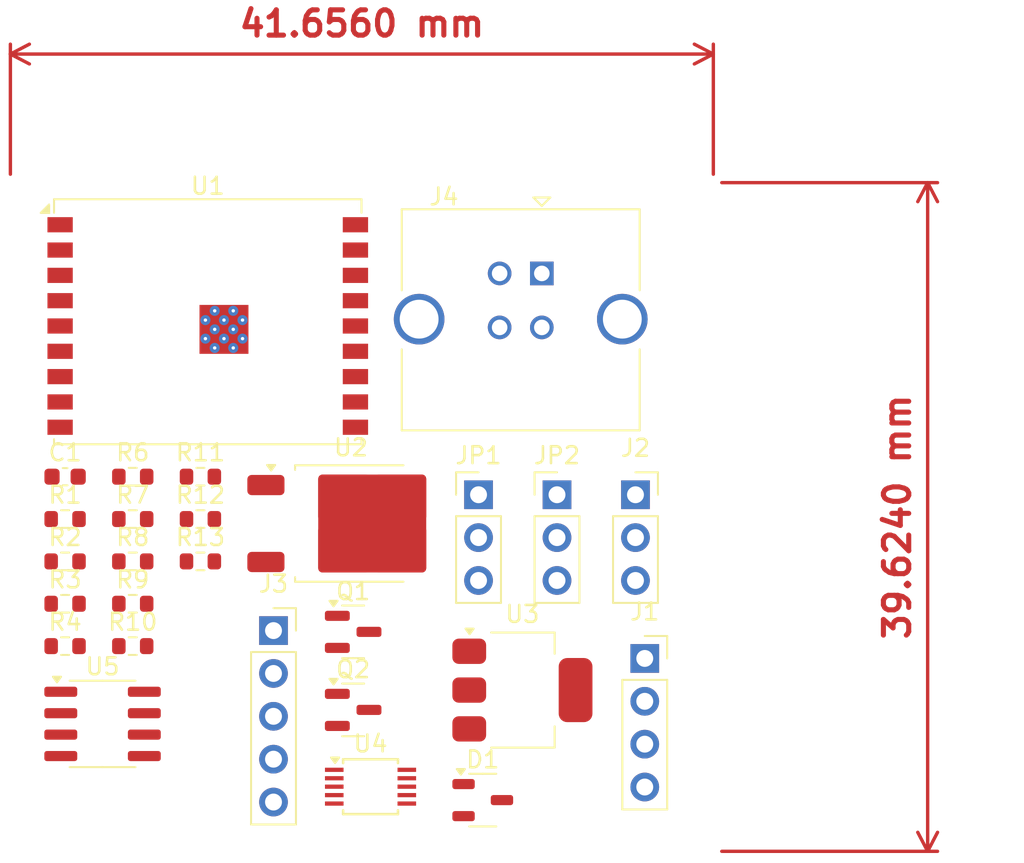
<source format=kicad_pcb>
(kicad_pcb (version 20240108) (generator "pcbnew") (generator_version "8.0")
  (layers (0 "F.Cu" signal) (31 "B.Cu" signal) (34 "B.Paste" user) (35 "F.Paste" user) (36 "B.SilkS" user "B.Silkscreen") (37 "F.SilkS" user "F.Silkscreen") (38 "B.Mask" user) (39 "F.Mask" user) (44 "Edge.Cuts" user))
  (net 0 "")
  (net 1 "Net-(U4-AIN0)")
  (net 2 "GNDA")
  (net 3 "/CANL")
  (net 4 "-BATT")
  (net 5 "/CANH")
  (net 6 "/DSV_GND")
  (net 7 "+GLV")
  (net 8 "/USV_GND")
  (net 9 "/CANS")
  (net 10 "/CS_SIG")
  (net 11 "/SAP_SIG")
  (net 12 "+5VA")
  (net 13 "/NS_GND")
  (net 14 "/D-")
  (net 15 "VBUS")
  (net 16 "/D+")
  (net 17 "+5V")
  (net 18 "Net-(JP1-A)")
  (net 20 "Net-(JP2-A)")
  (net 21 "Net-(Q1-G)")
  (net 22 "Net-(Q2-G)")
  (net 23 "+3.3V")
  (net 24 "Net-(U1-IO10)")
  (net 25 "/SCL")
  (net 26 "/SDA")
  (net 27 "Net-(U1-IO5)")
  (net 28 "/USV_SIG")
  (net 29 "/DSV_SIG")
  (net 34 "/CAN_TX")
  (net 37 "/CAN_RX")
  (net 41 "Net-(U5-Rs)")
  (footprint "RF_Module:ESP32-C3-WROOM-02U" (layer "F.Cu") (at 131.077 74.026)
    (property "Reference" "U1" (at 0 -8.3 180) (layer "F.SilkS"))
    (property "Value" "ESP32-C3-WROOM-02U")
    (fp_line (start -9.11 -7.51) (end -9.11 -6.71) (stroke (width 0.12)) (layer "F.SilkS"))
    (fp_line (start -9.11 -7.51) (end 9.11 -7.51) (stroke (width 0.12)) (layer "F.SilkS"))
    (fp_line (start -9.11 6.71) (end -9.11 7.01) (stroke (width 0.12)) (layer "F.SilkS"))
    (fp_line (start -9.11 7.01) (end 9.11 7.01) (stroke (width 0.12)) (layer "F.SilkS"))
    (fp_line (start 9.11 -7.51) (end 9.11 -6.71) (stroke (width 0.12)) (layer "F.SilkS"))
    (fp_line (start 9.11 6.71) (end 9.11 7.01) (stroke (width 0.12)) (layer "F.SilkS"))
    (fp_poly (pts (xy -9.4 -6.7) (xy -9.9 -6.7) (xy -9.4 -7.2) (xy -9.4 -6.7)) (stroke (width 0.12)) (fill solid) (layer "F.SilkS"))
    (pad "1" smd rect (at -8.75 -6) (size 1.5 0.9) (layers "F.Cu" "F.Paste" "F.Mask") (net 23 "+3.3V"))
    (pad "2" smd rect (at -8.75 -4.5) (size 1.5 0.9) (layers "F.Cu" "F.Paste" "F.Mask"))
    (pad "3" smd rect (at -8.75 -3) (size 1.5 0.9) (layers "F.Cu" "F.Paste" "F.Mask") (net 28 "/USV_SIG"))
    (pad "4" smd rect (at -8.75 -1.5) (size 1.5 0.9) (layers "F.Cu" "F.Paste" "F.Mask") (net 27 "Net-(U1-IO5)"))
    (pad "5" smd rect (at -8.75 0) (size 1.5 0.9) (layers "F.Cu" "F.Paste" "F.Mask") (net 25 "/SCL"))
    (pad "6" smd rect (at -8.75 1.5) (size 1.5 0.9) (layers "F.Cu" "F.Paste" "F.Mask") (net 26 "/SDA"))
    (pad "7" smd rect (at -8.75 3) (size 1.5 0.9) (layers "F.Cu" "F.Paste" "F.Mask") (net 34 "/CAN_TX"))
    (pad "8" smd rect (at -8.75 4.5) (size 1.5 0.9) (layers "F.Cu" "F.Paste" "F.Mask") (net 37 "/CAN_RX"))
    (pad "9" smd rect (at -8.75 6) (size 1.5 0.9) (layers "F.Cu" "F.Paste" "F.Mask") (net 4 "-BATT"))
    (pad "10" smd rect (at 8.75 6) (size 1.5 0.9) (layers "F.Cu" "F.Paste" "F.Mask") (net 24 "Net-(U1-IO10)"))
    (pad "11" smd rect (at 8.75 4.5) (size 1.5 0.9) (layers "F.Cu" "F.Paste" "F.Mask"))
    (pad "12" smd rect (at 8.75 3) (size 1.5 0.9) (layers "F.Cu" "F.Paste" "F.Mask"))
    (pad "13" smd rect (at 8.75 1.5) (size 1.5 0.9) (layers "F.Cu" "F.Paste" "F.Mask") (net 14 "/D-"))
    (pad "14" smd rect (at 8.75 0) (size 1.5 0.9) (layers "F.Cu" "F.Paste" "F.Mask") (net 16 "/D+"))
    (pad "15" smd rect (at 8.75 -1.5) (size 1.5 0.9) (layers "F.Cu" "F.Paste" "F.Mask") (net 29 "/DSV_SIG"))
    (pad "16" smd rect (at 8.75 -3) (size 1.5 0.9) (layers "F.Cu" "F.Paste" "F.Mask"))
    (pad "17" smd rect (at 8.75 -4.5) (size 1.5 0.9) (layers "F.Cu" "F.Paste" "F.Mask"))
    (pad "18" smd rect (at 8.75 -6) (size 1.5 0.9) (layers "F.Cu" "F.Paste" "F.Mask"))
    (pad "19" thru_hole circle (at -0.14 -0.35) (size 0.6 0.6) (drill 0.2) (property pad_prop_heatsink) (layers "*.Cu" "F.Mask") (net 4 "-BATT"))
    (pad "19" thru_hole circle (at -0.14 0.75) (size 0.6 0.6) (drill 0.2) (property pad_prop_heatsink) (layers "*.Cu" "F.Mask") (net 4 "-BATT"))
    (pad "19" thru_hole circle (at 0.41 -0.9) (size 0.6 0.6) (drill 0.2) (property pad_prop_heatsink) (layers "*.Cu" "F.Mask") (net 4 "-BATT"))
    (pad "19" thru_hole circle (at 0.41 0.2) (size 0.6 0.6) (drill 0.2) (property pad_prop_heatsink) (layers "*.Cu" "F.Mask") (net 4 "-BATT"))
    (pad "19" thru_hole circle (at 0.41 1.3) (size 0.6 0.6) (drill 0.2) (property pad_prop_heatsink) (layers "*.Cu" "F.Mask") (net 4 "-BATT"))
    (pad "19" thru_hole circle (at 0.96 -0.35) (size 0.6 0.6) (drill 0.2) (property pad_prop_heatsink) (layers "*.Cu" "F.Mask") (net 4 "-BATT"))
    (pad "19" smd rect (at 0.96 0.2) (size 2.9 2.9) (layers "F.Cu" "F.Mask") (net 4 "-BATT"))
    (pad "19" thru_hole circle (at 0.96 0.75) (size 0.6 0.6) (drill 0.2) (property pad_prop_heatsink) (layers "*.Cu" "F.Mask") (net 4 "-BATT"))
    (pad "19" thru_hole circle (at 1.51 -0.9) (size 0.6 0.6) (drill 0.2) (property pad_prop_heatsink) (layers "*.Cu" "F.Mask") (net 4 "-BATT"))
    (pad "19" thru_hole circle (at 1.51 0.2) (size 0.6 0.6) (drill 0.2) (property pad_prop_heatsink) (layers "*.Cu" "F.Mask") (net 4 "-BATT"))
    (pad "19" thru_hole circle (at 1.51 1.3) (size 0.6 0.6) (drill 0.2) (property pad_prop_heatsink) (layers "*.Cu" "F.Mask") (net 4 "-BATT"))
    (pad "19" thru_hole circle (at 2.06 -0.35) (size 0.6 0.6) (drill 0.2) (property pad_prop_heatsink) (layers "*.Cu" "F.Mask") (net 4 "-BATT"))
    (pad "19" thru_hole circle (at 2.06 0.75) (size 0.6 0.6) (drill 0.2) (property pad_prop_heatsink) (layers "*.Cu" "F.Mask") (net 4 "-BATT"))
  )
  (footprint "Resistor_SMD:R_0603_1608Metric" (layer "F.Cu") (at 122.622 90.486)
    (property "Reference" "R3" (at 0 -1.43 0) (layer "F.SilkS"))
    (property "Value" "4.7K")
    (fp_line (start -0.237258 -0.5225) (end 0.237258 -0.5225) (stroke (width 0.12)) (layer "F.SilkS"))
    (fp_line (start -0.237258 0.5225) (end 0.237258 0.5225) (stroke (width 0.12)) (layer "F.SilkS"))
    (pad "1" smd roundrect (at -0.825 0) (size 0.8 0.95) (layers "F.Cu" "F.Paste" "F.Mask") (net 23 "+3.3V"))
    (pad "2" smd roundrect (at 0.825 0) (size 0.8 0.95) (layers "F.Cu" "F.Paste" "F.Mask") (net 25 "/SCL"))
  )
  (footprint "Resistor_SMD:R_0603_1608Metric" (layer "F.Cu") (at 126.632 85.466)
    (property "Reference" "R7" (at 0 -1.43 0) (layer "F.SilkS"))
    (property "Value" "10K")
    (fp_line (start -0.237258 -0.5225) (end 0.237258 -0.5225) (stroke (width 0.12)) (layer "F.SilkS"))
    (fp_line (start -0.237258 0.5225) (end 0.237258 0.5225) (stroke (width 0.12)) (layer "F.SilkS"))
    (pad "1" smd roundrect (at -0.825 0) (size 0.8 0.95) (layers "F.Cu" "F.Paste" "F.Mask") (net 10 "/CS_SIG"))
    (pad "2" smd roundrect (at 0.825 0) (size 0.8 0.95) (layers "F.Cu" "F.Paste" "F.Mask") (net 23 "+3.3V"))
  )
  (footprint "Resistor_SMD:R_0603_1608Metric" (layer "F.Cu") (at 126.632 87.976)
    (property "Reference" "R8" (at 0 -1.43 0) (layer "F.SilkS"))
    (property "Value" "1K")
    (fp_line (start -0.237258 -0.5225) (end 0.237258 -0.5225) (stroke (width 0.12)) (layer "F.SilkS"))
    (fp_line (start -0.237258 0.5225) (end 0.237258 0.5225) (stroke (width 0.12)) (layer "F.SilkS"))
    (pad "1" smd roundrect (at -0.825 0) (size 0.8 0.95) (layers "F.Cu" "F.Paste" "F.Mask") (net 27 "Net-(U1-IO5)"))
    (pad "2" smd roundrect (at 0.825 0) (size 0.8 0.95) (layers "F.Cu" "F.Paste" "F.Mask") (net 10 "/CS_SIG"))
  )
  (footprint "Package_TO_SOT_SMD:TO-252-2" (layer "F.Cu") (at 139.562 85.731)
    (property "Reference" "U2" (at 0 -4.5 0) (layer "F.SilkS"))
    (property "Value" "L7805")
    (fp_line (start -3.31 -3.45) (end -3.31 -3.18) (stroke (width 0.12)) (layer "F.SilkS"))
    (fp_line (start -3.31 3.45) (end -3.31 3.18) (stroke (width 0.12)) (layer "F.SilkS"))
    (fp_line (start 3.11 -3.45) (end -3.31 -3.45) (stroke (width 0.12)) (layer "F.SilkS"))
    (fp_line (start 3.11 3.45) (end -3.31 3.45) (stroke (width 0.12)) (layer "F.SilkS"))
    (fp_poly (pts (xy -4.73 -3.14) (xy -4.97 -3.47) (xy -4.49 -3.47) (xy -4.73 -3.14)) (stroke (width 0.12)) (fill solid) (layer "F.SilkS"))
    (pad "1" smd roundrect (at -5.04 -2.28) (size 2.2 1.2) (layers "F.Cu" "F.Paste" "F.Mask") (roundrect_rratio 0.208333) (net 7 "+GLV"))
    (pad "2" smd roundrect (at -0.415 -1.525) (size 3.05 2.75) (layers "F.Cu" "F.Paste") (roundrect_rratio 0.090909) (net 4 "-BATT"))
    (pad "2" smd roundrect (at -0.415 1.525) (size 3.05 2.75) (layers "F.Cu" "F.Paste") (roundrect_rratio 0.090909) (net 4 "-BATT"))
    (pad "2" smd roundrect (at 1.26 0) (size 6.4 5.8) (layers "F.Cu" "F.Mask") (roundrect_rratio 0.043103) (net 4 "-BATT"))
    (pad "2" smd roundrect (at 2.935 -1.525) (size 3.05 2.75) (layers "F.Cu" "F.Paste") (roundrect_rratio 0.090909) (net 4 "-BATT"))
    (pad "2" smd roundrect (at 2.935 1.525) (size 3.05 2.75) (layers "F.Cu" "F.Paste") (roundrect_rratio 0.090909) (net 4 "-BATT"))
    (pad "3" smd roundrect (at -5.04 2.28) (size 2.2 1.2) (layers "F.Cu" "F.Paste" "F.Mask") (roundrect_rratio 0.208333) (net 18 "Net-(JP1-A)"))
  )
  (footprint "Resistor_SMD:R_0603_1608Metric" (layer "F.Cu") (at 126.632 90.486)
    (property "Reference" "R9" (at 0 -1.43 0) (layer "F.SilkS"))
    (property "Value" "100")
    (fp_line (start -0.237258 -0.5225) (end 0.237258 -0.5225) (stroke (width 0.12)) (layer "F.SilkS"))
    (fp_line (start -0.237258 0.5225) (end 0.237258 0.5225) (stroke (width 0.12)) (layer "F.SilkS"))
    (pad "1" smd roundrect (at -0.825 0) (size 0.8 0.95) (layers "F.Cu" "F.Paste" "F.Mask") (net 21 "Net-(Q1-G)"))
    (pad "2" smd roundrect (at 0.825 0) (size 0.8 0.95) (layers "F.Cu" "F.Paste" "F.Mask") (net 28 "/USV_SIG"))
  )
  (footprint "Connector_PinSocket_2.54mm:PinSocket_1x04_P2.54mm_Vertical" (layer "F.Cu") (at 156.972 93.726)
    (property "Reference" "J1" (at 0 -2.77 0) (layer "F.SilkS"))
    (property "Value" "SCU PWR")
    (fp_line (start -1.33 1.27) (end -1.33 8.95) (stroke (width 0.12)) (layer "F.SilkS"))
    (fp_line (start -1.33 1.27) (end 1.33 1.27) (stroke (width 0.12)) (layer "F.SilkS"))
    (fp_line (start -1.33 8.95) (end 1.33 8.95) (stroke (width 0.12)) (layer "F.SilkS"))
    (fp_line (start 0 -1.33) (end 1.33 -1.33) (stroke (width 0.12)) (layer "F.SilkS"))
    (fp_line (start 1.33 -1.33) (end 1.33 0) (stroke (width 0.12)) (layer "F.SilkS"))
    (fp_line (start 1.33 1.27) (end 1.33 8.95) (stroke (width 0.12)) (layer "F.SilkS"))
    (pad "1" thru_hole rect (at 0 0) (size 1.7 1.7) (drill 1) (layers "*.Cu" "*.Mask") (net 7 "+GLV"))
    (pad "2" thru_hole oval (at 0 2.54) (size 1.7 1.7) (drill 1) (layers "*.Cu" "*.Mask") (net 8 "/USV_GND"))
    (pad "3" thru_hole oval (at 0 5.08) (size 1.7 1.7) (drill 1) (layers "*.Cu" "*.Mask") (net 6 "/DSV_GND"))
    (pad "4" thru_hole oval (at 0 7.62) (size 1.7 1.7) (drill 1) (layers "*.Cu" "*.Mask") (net 4 "-BATT"))
  )
  (footprint "Resistor_SMD:R_0603_1608Metric" (layer "F.Cu") (at 122.622 87.976)
    (property "Reference" "R2" (at 0 -1.43 0) (layer "F.SilkS"))
    (property "Value" "1K")
    (fp_line (start -0.237258 -0.5225) (end 0.237258 -0.5225) (stroke (width 0.12)) (layer "F.SilkS"))
    (fp_line (start -0.237258 0.5225) (end 0.237258 0.5225) (stroke (width 0.12)) (layer "F.SilkS"))
    (pad "1" smd roundrect (at -0.825 0) (size 0.8 0.95) (layers "F.Cu" "F.Paste" "F.Mask") (net 24 "Net-(U1-IO10)"))
    (pad "2" smd roundrect (at 0.825 0) (size 0.8 0.95) (layers "F.Cu" "F.Paste" "F.Mask") (net 13 "/NS_GND"))
  )
  (footprint "Resistor_SMD:R_0603_1608Metric" (layer "F.Cu") (at 126.632 92.996)
    (property "Reference" "R10" (at 0 -1.43 0) (layer "F.SilkS"))
    (property "Value" "10K")
    (fp_line (start -0.237258 -0.5225) (end 0.237258 -0.5225) (stroke (width 0.12)) (layer "F.SilkS"))
    (fp_line (start -0.237258 0.5225) (end 0.237258 0.5225) (stroke (width 0.12)) (layer "F.SilkS"))
    (pad "1" smd roundrect (at -0.825 0) (size 0.8 0.95) (layers "F.Cu" "F.Paste" "F.Mask") (net 4 "-BATT"))
    (pad "2" smd roundrect (at 0.825 0) (size 0.8 0.95) (layers "F.Cu" "F.Paste" "F.Mask") (net 28 "/USV_SIG"))
  )
  (footprint "Package_SO:TSSOP-10_3x3mm_P0.5mm" (layer "F.Cu") (at 140.722 101.326)
    (property "Reference" "U4" (at 0 -2.55 0) (layer "F.SilkS"))
    (property "Value" "ADS1113IDGS")
    (fp_line (start -1.625 -1.625) (end -1.625 -1.4) (stroke (width 0.15)) (layer "F.SilkS"))
    (fp_line (start -1.625 -1.625) (end 1.625 -1.625) (stroke (width 0.15)) (layer "F.SilkS"))
    (fp_line (start -1.625 1.625) (end -1.625 1.4) (stroke (width 0.15)) (layer "F.SilkS"))
    (fp_line (start -1.625 1.625) (end 1.625 1.625) (stroke (width 0.15)) (layer "F.SilkS"))
    (fp_line (start 1.625 -1.625) (end 1.625 -1.4) (stroke (width 0.15)) (layer "F.SilkS"))
    (fp_line (start 1.625 1.625) (end 1.625 1.4) (stroke (width 0.15)) (layer "F.SilkS"))
    (fp_poly (pts (xy -2.1 -1.4) (xy -2.34 -1.73) (xy -1.86 -1.73) (xy -2.1 -1.4)) (stroke (width 0.12)) (fill solid) (layer "F.SilkS"))
    (pad "1" smd rect (at -2.15 -1) (size 1.1 0.25) (layers "F.Cu" "F.Paste" "F.Mask") (net 4 "-BATT"))
    (pad "2" smd rect (at -2.15 -0.5) (size 1.1 0.25) (layers "F.Cu" "F.Paste" "F.Mask"))
    (pad "3" smd rect (at -2.15 0) (size 1.1 0.25) (layers "F.Cu" "F.Paste" "F.Mask") (net 4 "-BATT"))
    (pad "4" smd rect (at -2.15 0.5) (size 1.1 0.25) (layers "F.Cu" "F.Paste" "F.Mask") (net 1 "Net-(U4-AIN0)"))
    (pad "5" smd rect (at -2.15 1) (size 1.1 0.25) (layers "F.Cu" "F.Paste" "F.Mask") (net 2 "GNDA"))
    (pad "6" smd rect (at 2.15 1) (size 1.1 0.25) (layers "F.Cu" "F.Paste" "F.Mask"))
    (pad "7" smd rect (at 2.15 0.5) (size 1.1 0.25) (layers "F.Cu" "F.Paste" "F.Mask"))
    (pad "8" smd rect (at 2.15 0) (size 1.1 0.25) (layers "F.Cu" "F.Paste" "F.Mask") (net 17 "+5V"))
    (pad "9" smd rect (at 2.15 -0.5) (size 1.1 0.25) (layers "F.Cu" "F.Paste" "F.Mask") (net 26 "/SDA"))
    (pad "10" smd rect (at 2.15 -1) (size 1.1 0.25) (layers "F.Cu" "F.Paste" "F.Mask") (net 25 "/SCL"))
  )
  (footprint "Package_TO_SOT_SMD:SOT-23-3" (layer "F.Cu") (at 147.372 102.121)
    (property "Reference" "D1" (at 0 -2.4 0) (layer "F.SilkS"))
    (property "Value" "ESD2CAN24-Q1")
    (fp_line (start 0 -1.56) (end -0.8 -1.56) (stroke (width 0.12)) (layer "F.SilkS"))
    (fp_line (start 0 -1.56) (end 0.8 -1.56) (stroke (width 0.12)) (layer "F.SilkS"))
    (fp_line (start 0 1.56) (end -0.8 1.56) (stroke (width 0.12)) (layer "F.SilkS"))
    (fp_line (start 0 1.56) (end 0.8 1.56) (stroke (width 0.12)) (layer "F.SilkS"))
    (fp_poly (pts (xy -1.3 -1.51) (xy -1.54 -1.84) (xy -1.06 -1.84) (xy -1.3 -1.51)) (stroke (width 0.12)) (fill solid) (layer "F.SilkS"))
    (pad "1" smd roundrect (at -1.1375 -0.95) (size 1.325 0.6) (layers "F.Cu" "F.Paste" "F.Mask") (net 5 "/CANH"))
    (pad "2" smd roundrect (at -1.1375 0.95) (size 1.325 0.6) (layers "F.Cu" "F.Paste" "F.Mask") (net 3 "/CANL"))
    (pad "3" smd roundrect (at 1.1375 0) (size 1.325 0.6) (layers "F.Cu" "F.Paste" "F.Mask") (net 4 "-BATT"))
  )
  (footprint "Connector_USB:USB_B_TE_5787834_Vertical" (layer "F.Cu") (at 150.872 70.911)
    (property "Reference" "J4" (at -5.8 -4.55 0) (layer "F.SilkS"))
    (property "Value" "USB_B")
    (fp_line (start -8.3 -3.8) (end 5.8 -3.8) (stroke (width 0.12)) (layer "F.SilkS"))
    (fp_line (start -8.3 1) (end -8.3 -3.8) (stroke (width 0.12)) (layer "F.SilkS"))
    (fp_line (start -8.3 9.3) (end -8.3 4.5) (stroke (width 0.12)) (layer "F.SilkS"))
    (fp_line (start -0.5 -4.5) (end 0 -4) (stroke (width 0.12)) (layer "F.SilkS"))
    (fp_line (start 0 -4) (end 0.5 -4.5) (stroke (width 0.12)) (layer "F.SilkS"))
    (fp_line (start 0.5 -4.5) (end -0.5 -4.5) (stroke (width 0.12)) (layer "F.SilkS"))
    (fp_line (start 5.8 -3.8) (end 5.8 1) (stroke (width 0.12)) (layer "F.SilkS"))
    (fp_line (start 5.8 4.5) (end 5.8 9.3) (stroke (width 0.12)) (layer "F.SilkS"))
    (fp_line (start 5.8 9.3) (end -8.3 9.3) (stroke (width 0.12)) (layer "F.SilkS"))
    (pad "1" thru_hole rect (at 0 0) (size 1.4 1.4) (drill 0.92) (layers "*.Cu" "*.Mask") (net 15 "VBUS"))
    (pad "2" thru_hole circle (at -2.5 0) (size 1.4 1.4) (drill 0.92) (layers "*.Cu" "*.Mask") (net 14 "/D-"))
    (pad "3" thru_hole circle (at -2.5 3.2) (size 1.4 1.4) (drill 0.92) (layers "*.Cu" "*.Mask") (net 16 "/D+"))
    (pad "4" thru_hole circle (at 0 3.2) (size 1.4 1.4) (drill 0.92) (layers "*.Cu" "*.Mask") (net 4 "-BATT"))
    (pad "5" thru_hole circle (at -7.27 2.71) (size 3 3) (drill 2.3) (layers "*.Cu" "*.Mask") (net 4 "-BATT"))
    (pad "5" thru_hole circle (at 4.77 2.71) (size 3 3) (drill 2.3) (layers "*.Cu" "*.Mask") (net 4 "-BATT"))
  )
  (footprint "Connector_PinHeader_2.54mm:PinHeader_1x03_P2.54mm_Vertical" (layer "F.Cu") (at 151.772 84.026)
    (property "Reference" "JP2" (at 0 -2.33 0) (layer "F.SilkS"))
    (property "Value" "Termination Jumper")
    (fp_line (start -1.33 -1.33) (end 0 -1.33) (stroke (width 0.12)) (layer "F.SilkS"))
    (fp_line (start -1.33 0) (end -1.33 -1.33) (stroke (width 0.12)) (layer "F.SilkS"))
    (fp_line (start -1.33 1.27) (end -1.33 6.41) (stroke (width 0.12)) (layer "F.SilkS"))
    (fp_line (start -1.33 1.27) (end 1.33 1.27) (stroke (width 0.12)) (layer "F.SilkS"))
    (fp_line (start -1.33 6.41) (end 1.33 6.41) (stroke (width 0.12)) (layer "F.SilkS"))
    (fp_line (start 1.33 1.27) (end 1.33 6.41) (stroke (width 0.12)) (layer "F.SilkS"))
    (pad "1" thru_hole rect (at 0 0) (size 1.7 1.7) (drill 1) (layers "*.Cu" "*.Mask") (net 20 "Net-(JP2-A)"))
    (pad "2" thru_hole oval (at 0 2.54) (size 1.7 1.7) (drill 1) (layers "*.Cu" "*.Mask") (net 3 "/CANL"))
    (pad "3" thru_hole oval (at 0 5.08) (size 1.7 1.7) (drill 1) (layers "*.Cu" "*.Mask"))
  )
  (footprint "Capacitor_SMD:C_0603_1608Metric" (layer "F.Cu") (at 122.622 82.956)
    (property "Reference" "C1" (at 0 -1.43 0) (layer "F.SilkS"))
    (property "Value" "150nF")
    (fp_line (start -0.14058 -0.51) (end 0.14058 -0.51) (stroke (width 0.12)) (layer "F.SilkS"))
    (fp_line (start -0.14058 0.51) (end 0.14058 0.51) (stroke (width 0.12)) (layer "F.SilkS"))
    (pad "1" smd roundrect (at -0.775 0) (size 0.9 0.95) (layers "F.Cu" "F.Paste" "F.Mask") (net 1 "Net-(U4-AIN0)"))
    (pad "2" smd roundrect (at 0.775 0) (size 0.9 0.95) (layers "F.Cu" "F.Paste" "F.Mask") (net 2 "GNDA"))
  )
  (footprint "Connector_PinSocket_2.54mm:PinSocket_1x03_P2.54mm_Vertical" (layer "F.Cu") (at 156.422 84.026)
    (property "Reference" "J2" (at 0 -2.77 0) (layer "F.SilkS"))
    (property "Value" "SCU CAN")
    (fp_line (start -1.33 1.27) (end -1.33 6.41) (stroke (width 0.12)) (layer "F.SilkS"))
    (fp_line (start -1.33 1.27) (end 1.33 1.27) (stroke (width 0.12)) (layer "F.SilkS"))
    (fp_line (start -1.33 6.41) (end 1.33 6.41) (stroke (width 0.12)) (layer "F.SilkS"))
    (fp_line (start 0 -1.33) (end 1.33 -1.33) (stroke (width 0.12)) (layer "F.SilkS"))
    (fp_line (start 1.33 -1.33) (end 1.33 0) (stroke (width 0.12)) (layer "F.SilkS"))
    (fp_line (start 1.33 1.27) (end 1.33 6.41) (stroke (width 0.12)) (layer "F.SilkS"))
    (pad "1" thru_hole rect (at 0 0) (size 1.7 1.7) (drill 1) (layers "*.Cu" "*.Mask") (net 5 "/CANH"))
    (pad "2" thru_hole oval (at 0 2.54) (size 1.7 1.7) (drill 1) (layers "*.Cu" "*.Mask") (net 3 "/CANL"))
    (pad "3" thru_hole oval (at 0 5.08) (size 1.7 1.7) (drill 1) (layers "*.Cu" "*.Mask") (net 9 "/CANS"))
  )
  (footprint "Resistor_SMD:R_0603_1608Metric" (layer "F.Cu") (at 126.632 82.956)
    (property "Reference" "R6" (at 0 -1.43 0) (layer "F.SilkS"))
    (property "Value" "120")
    (fp_line (start -0.237258 -0.5225) (end 0.237258 -0.5225) (stroke (width 0.12)) (layer "F.SilkS"))
    (fp_line (start -0.237258 0.5225) (end 0.237258 0.5225) (stroke (width 0.12)) (layer "F.SilkS"))
    (pad "1" smd roundrect (at -0.825 0) (size 0.8 0.95) (layers "F.Cu" "F.Paste" "F.Mask") (net 5 "/CANH"))
    (pad "2" smd roundrect (at 0.825 0) (size 0.8 0.95) (layers "F.Cu" "F.Paste" "F.Mask") (net 20 "Net-(JP2-A)"))
  )
  (footprint "Resistor_SMD:R_0603_1608Metric" (layer "F.Cu") (at 130.642 82.956)
    (property "Reference" "R11" (at 0 -1.43 0) (layer "F.SilkS"))
    (property "Value" "10K")
    (fp_line (start -0.237258 -0.5225) (end 0.237258 -0.5225) (stroke (width 0.12)) (layer "F.SilkS"))
    (fp_line (start -0.237258 0.5225) (end 0.237258 0.5225) (stroke (width 0.12)) (layer "F.SilkS"))
    (pad "1" smd roundrect (at -0.825 0) (size 0.8 0.95) (layers "F.Cu" "F.Paste" "F.Mask") (net 4 "-BATT"))
    (pad "2" smd roundrect (at 0.825 0) (size 0.8 0.95) (layers "F.Cu" "F.Paste" "F.Mask") (net 29 "/DSV_SIG"))
  )
  (footprint "Resistor_SMD:R_0603_1608Metric" (layer "F.Cu") (at 130.642 87.976)
    (property "Reference" "R13" (at 0 -1.43 0) (layer "F.SilkS"))
    (property "Value" "12K")
    (fp_line (start -0.237258 -0.5225) (end 0.237258 -0.5225) (stroke (width 0.12)) (layer "F.SilkS"))
    (fp_line (start -0.237258 0.5225) (end 0.237258 0.5225) (stroke (width 0.12)) (layer "F.SilkS"))
    (pad "1" smd roundrect (at -0.825 0) (size 0.8 0.95) (layers "F.Cu" "F.Paste" "F.Mask") (net 1 "Net-(U4-AIN0)"))
    (pad "2" smd roundrect (at 0.825 0) (size 0.8 0.95) (layers "F.Cu" "F.Paste" "F.Mask") (net 11 "/SAP_SIG"))
  )
  (footprint "Package_SO:SOIC-8_3.9x4.9mm_P1.27mm" (layer "F.Cu") (at 124.842 97.606)
    (property "Reference" "U5" (at 0 -3.4 0) (layer "F.SilkS"))
    (property "Value" "MCP2551-I-SN")
    (fp_line (start 0 -2.56) (end -1.95 -2.56) (stroke (width 0.12)) (layer "F.SilkS"))
    (fp_line (start 0 -2.56) (end 1.95 -2.56) (stroke (width 0.12)) (layer "F.SilkS"))
    (fp_line (start 0 2.56) (end -1.95 2.56) (stroke (width 0.12)) (layer "F.SilkS"))
    (fp_line (start 0 2.56) (end 1.95 2.56) (stroke (width 0.12)) (layer "F.SilkS"))
    (fp_poly (pts (xy -2.7 -2.465) (xy -2.94 -2.795) (xy -2.46 -2.795) (xy -2.7 -2.465)) (stroke (width 0.12)) (fill solid) (layer "F.SilkS"))
    (pad "1" smd roundrect (at -2.475 -1.905) (size 1.95 0.6) (layers "F.Cu" "F.Paste" "F.Mask") (net 34 "/CAN_TX"))
    (pad "2" smd roundrect (at -2.475 -0.635) (size 1.95 0.6) (layers "F.Cu" "F.Paste" "F.Mask") (net 4 "-BATT"))
    (pad "3" smd roundrect (at -2.475 0.635) (size 1.95 0.6) (layers "F.Cu" "F.Paste" "F.Mask") (net 17 "+5V"))
    (pad "4" smd roundrect (at -2.475 1.905) (size 1.95 0.6) (layers "F.Cu" "F.Paste" "F.Mask") (net 37 "/CAN_RX"))
    (pad "5" smd roundrect (at 2.475 1.905) (size 1.95 0.6) (layers "F.Cu" "F.Paste" "F.Mask") (net 23 "+3.3V"))
    (pad "6" smd roundrect (at 2.475 0.635) (size 1.95 0.6) (layers "F.Cu" "F.Paste" "F.Mask") (net 3 "/CANL"))
    (pad "7" smd roundrect (at 2.475 -0.635) (size 1.95 0.6) (layers "F.Cu" "F.Paste" "F.Mask") (net 5 "/CANH"))
    (pad "8" smd roundrect (at 2.475 -1.905) (size 1.95 0.6) (layers "F.Cu" "F.Paste" "F.Mask") (net 41 "Net-(U5-Rs)"))
  )
  (footprint "Resistor_SMD:R_0603_1608Metric" (layer "F.Cu") (at 122.622 92.996)
    (property "Reference" "R4" (at 0 -1.43 0) (layer "F.SilkS"))
    (property "Value" "4.7K")
    (fp_line (start -0.237258 -0.5225) (end 0.237258 -0.5225) (stroke (width 0.12)) (layer "F.SilkS"))
    (fp_line (start -0.237258 0.5225) (end 0.237258 0.5225) (stroke (width 0.12)) (layer "F.SilkS"))
    (pad "1" smd roundrect (at -0.825 0) (size 0.8 0.95) (layers "F.Cu" "F.Paste" "F.Mask") (net 23 "+3.3V"))
    (pad "2" smd roundrect (at 0.825 0) (size 0.8 0.95) (layers "F.Cu" "F.Paste" "F.Mask") (net 26 "/SDA"))
  )
  (footprint "Package_TO_SOT_SMD:SOT-23" (layer "F.Cu") (at 139.692 92.151)
    (property "Reference" "Q1" (at 0 -2.4 0) (layer "F.SilkS"))
    (property "Value" "AO3400A")
    (fp_line (start 0 -1.56) (end -0.65 -1.56) (stroke (width 0.12)) (layer "F.SilkS"))
    (fp_line (start 0 -1.56) (end 0.65 -1.56) (stroke (width 0.12)) (layer "F.SilkS"))
    (fp_line (start 0 1.56) (end -0.65 1.56) (stroke (width 0.12)) (layer "F.SilkS"))
    (fp_line (start 0 1.56) (end 0.65 1.56) (stroke (width 0.12)) (layer "F.SilkS"))
    (fp_poly (pts (xy -1.1625 -1.51) (xy -1.4025 -1.84) (xy -0.9225 -1.84) (xy -1.1625 -1.51)) (stroke (width 0.12)) (fill solid) (layer "F.SilkS"))
    (pad "1" smd roundrect (at -0.9375 -0.95) (size 1.475 0.6) (layers "F.Cu" "F.Paste" "F.Mask") (net 21 "Net-(Q1-G)"))
    (pad "2" smd roundrect (at -0.9375 0.95) (size 1.475 0.6) (layers "F.Cu" "F.Paste" "F.Mask") (net 4 "-BATT"))
    (pad "3" smd roundrect (at 0.9375 0) (size 1.475 0.6) (layers "F.Cu" "F.Paste" "F.Mask") (net 8 "/USV_GND"))
  )
  (footprint "Connector_PinSocket_2.54mm:PinSocket_1x05_P2.54mm_Vertical" (layer "F.Cu") (at 134.972 92.076)
    (property "Reference" "J3" (at 0 -2.77 0) (layer "F.SilkS"))
    (property "Value" "SCU SIG")
    (fp_line (start -1.33 1.27) (end -1.33 11.49) (stroke (width 0.12)) (layer "F.SilkS"))
    (fp_line (start -1.33 1.27) (end 1.33 1.27) (stroke (width 0.12)) (layer "F.SilkS"))
    (fp_line (start -1.33 11.49) (end 1.33 11.49) (stroke (width 0.12)) (layer "F.SilkS"))
    (fp_line (start 0 -1.33) (end 1.33 -1.33) (stroke (width 0.12)) (layer "F.SilkS"))
    (fp_line (start 1.33 -1.33) (end 1.33 0) (stroke (width 0.12)) (layer "F.SilkS"))
    (fp_line (start 1.33 1.27) (end 1.33 11.49) (stroke (width 0.12)) (layer "F.SilkS"))
    (pad "1" thru_hole rect (at 0 0) (size 1.7 1.7) (drill 1) (layers "*.Cu" "*.Mask") (net 12 "+5VA"))
    (pad "2" thru_hole oval (at 0 2.54) (size 1.7 1.7) (drill 1) (layers "*.Cu" "*.Mask") (net 11 "/SAP_SIG"))
    (pad "3" thru_hole oval (at 0 5.08) (size 1.7 1.7) (drill 1) (layers "*.Cu" "*.Mask") (net 10 "/CS_SIG"))
    (pad "4" thru_hole oval (at 0 7.62) (size 1.7 1.7) (drill 1) (layers "*.Cu" "*.Mask") (net 13 "/NS_GND"))
    (pad "5" thru_hole oval (at 0 10.16) (size 1.7 1.7) (drill 1) (layers "*.Cu" "*.Mask") (net 2 "GNDA"))
  )
  (footprint "Resistor_SMD:R_0603_1608Metric" (layer "F.Cu") (at 130.642 85.466)
    (property "Reference" "R12" (at 0 -1.43 0) (layer "F.SilkS"))
    (property "Value" "100")
    (fp_line (start -0.237258 -0.5225) (end 0.237258 -0.5225) (stroke (width 0.12)) (layer "F.SilkS"))
    (fp_line (start -0.237258 0.5225) (end 0.237258 0.5225) (stroke (width 0.12)) (layer "F.SilkS"))
    (pad "1" smd roundrect (at -0.825 0) (size 0.8 0.95) (layers "F.Cu" "F.Paste" "F.Mask") (net 22 "Net-(Q2-G)"))
    (pad "2" smd roundrect (at 0.825 0) (size 0.8 0.95) (layers "F.Cu" "F.Paste" "F.Mask") (net 29 "/DSV_SIG"))
  )
  (footprint "Connector_PinHeader_2.54mm:PinHeader_1x03_P2.54mm_Vertical" (layer "F.Cu") (at 147.122 84.026)
    (property "Reference" "JP1" (at 0 -2.33 0) (layer "F.SilkS"))
    (property "Value" "Power Jumper")
    (fp_line (start -1.33 -1.33) (end 0 -1.33) (stroke (width 0.12)) (layer "F.SilkS"))
    (fp_line (start -1.33 0) (end -1.33 -1.33) (stroke (width 0.12)) (layer "F.SilkS"))
    (fp_line (start -1.33 1.27) (end -1.33 6.41) (stroke (width 0.12)) (layer "F.SilkS"))
    (fp_line (start -1.33 1.27) (end 1.33 1.27) (stroke (width 0.12)) (layer "F.SilkS"))
    (fp_line (start -1.33 6.41) (end 1.33 6.41) (stroke (width 0.12)) (layer "F.SilkS"))
    (fp_line (start 1.33 1.27) (end 1.33 6.41) (stroke (width 0.12)) (layer "F.SilkS"))
    (pad "1" thru_hole rect (at 0 0) (size 1.7 1.7) (drill 1) (layers "*.Cu" "*.Mask") (net 18 "Net-(JP1-A)"))
    (pad "2" thru_hole oval (at 0 2.54) (size 1.7 1.7) (drill 1) (layers "*.Cu" "*.Mask") (net 17 "+5V"))
    (pad "3" thru_hole oval (at 0 5.08) (size 1.7 1.7) (drill 1) (layers "*.Cu" "*.Mask") (net 15 "VBUS"))
  )
  (footprint "Package_TO_SOT_SMD:SOT-223-3_TabPin2" (layer "F.Cu") (at 149.722 95.601)
    (property "Reference" "U3" (at 0 -4.5 0) (layer "F.SilkS"))
    (property "Value" "AMS1117-3.3")
    (fp_line (start -1.85 -3.41) (end 1.91 -3.41) (stroke (width 0.12)) (layer "F.SilkS"))
    (fp_line (start -1.85 3.41) (end 1.91 3.41) (stroke (width 0.12)) (layer "F.SilkS"))
    (fp_line (start 1.91 -3.41) (end 1.91 -2.15) (stroke (width 0.12)) (layer "F.SilkS"))
    (fp_line (start 1.91 3.41) (end 1.91 2.15) (stroke (width 0.12)) (layer "F.SilkS"))
    (fp_poly (pts (xy -3.13 -3.31) (xy -3.37 -3.64) (xy -2.89 -3.64) (xy -3.13 -3.31)) (stroke (width 0.12)) (fill solid) (layer "F.SilkS"))
    (pad "1" smd roundrect (at -3.15 -2.3) (size 2 1.5) (layers "F.Cu" "F.Paste" "F.Mask") (net 4 "-BATT"))
    (pad "2" smd roundrect (at -3.15 0) (size 2 1.5) (layers "F.Cu" "F.Paste" "F.Mask") (net 23 "+3.3V"))
    (pad "2" smd roundrect (at 3.15 0) (size 2 3.8) (layers "F.Cu" "F.Paste" "F.Mask") (net 23 "+3.3V"))
    (pad "3" smd roundrect (at -3.15 2.3) (size 2 1.5) (layers "F.Cu" "F.Paste" "F.Mask") (net 17 "+5V"))
  )
  (footprint "Resistor_SMD:R_0603_1608Metric" (layer "F.Cu") (at 122.622 85.466)
    (property "Reference" "R1" (at 0 -1.43 0) (layer "F.SilkS"))
    (property "Value" "10K")
    (fp_line (start -0.237258 -0.5225) (end 0.237258 -0.5225) (stroke (width 0.12)) (layer "F.SilkS"))
    (fp_line (start -0.237258 0.5225) (end 0.237258 0.5225) (stroke (width 0.12)) (layer "F.SilkS"))
    (pad "1" smd roundrect (at -0.825 0) (size 0.8 0.95) (layers "F.Cu" "F.Paste" "F.Mask") (net 13 "/NS_GND"))
    (pad "2" smd roundrect (at 0.825 0) (size 0.8 0.95) (layers "F.Cu" "F.Paste" "F.Mask") (net 23 "+3.3V"))
  )
  (footprint "Package_TO_SOT_SMD:SOT-23" (layer "F.Cu") (at 139.692 96.776)
    (property "Reference" "Q2" (at 0 -2.4 0) (layer "F.SilkS"))
    (property "Value" "AO3400A")
    (fp_line (start 0 -1.56) (end -0.65 -1.56) (stroke (width 0.12)) (layer "F.SilkS"))
    (fp_line (start 0 -1.56) (end 0.65 -1.56) (stroke (width 0.12)) (layer "F.SilkS"))
    (fp_line (start 0 1.56) (end -0.65 1.56) (stroke (width 0.12)) (layer "F.SilkS"))
    (fp_line (start 0 1.56) (end 0.65 1.56) (stroke (width 0.12)) (layer "F.SilkS"))
    (fp_poly (pts (xy -1.1625 -1.51) (xy -1.4025 -1.84) (xy -0.9225 -1.84) (xy -1.1625 -1.51)) (stroke (width 0.12)) (fill solid) (layer "F.SilkS"))
    (pad "1" smd roundrect (at -0.9375 -0.95) (size 1.475 0.6) (layers "F.Cu" "F.Paste" "F.Mask") (net 22 "Net-(Q2-G)"))
    (pad "2" smd roundrect (at -0.9375 0.95) (size 1.475 0.6) (layers "F.Cu" "F.Paste" "F.Mask") (net 4 "-BATT"))
    (pad "3" smd roundrect (at 0.9375 0) (size 1.475 0.6) (layers "F.Cu" "F.Paste" "F.Mask") (net 6 "/DSV_GND"))
  )
  (dimension (type aligned) (layer "F.Cu") (pts (xy 161.036 65.532) (xy 119.38 65.532)) (height 7.62) (gr_text "41.6560 mm" (at 140.208 56.112 0) (layer "F.Cu") (effects (font (size 1.5 1.5) (thickness 0.3)))) (format (prefix "") (suffix "") (units 3) (units_format 1) (precision 4)) (style (thickness 0.2) (arrow_length 1.27) (text_position_mode 0) (extension_height 0.58642) (extension_offset 0.5) keep_text_aligned))
  (dimension (type aligned) (layer "F.Cu") (pts (xy 161.036 105.156) (xy 161.036 65.532)) (height 12.7) (gr_text "39.6240 mm" (at 171.936 85.344 90) (layer "F.Cu") (effects (font (size 1.5 1.5) (thickness 0.3)))) (format (prefix "") (suffix "") (units 3) (units_format 1) (precision 4)) (style (thickness 0.2) (arrow_length 1.27) (text_position_mode 0) (extension_height 0.58642) (extension_offset 0.5) keep_text_aligned))
)
</source>
